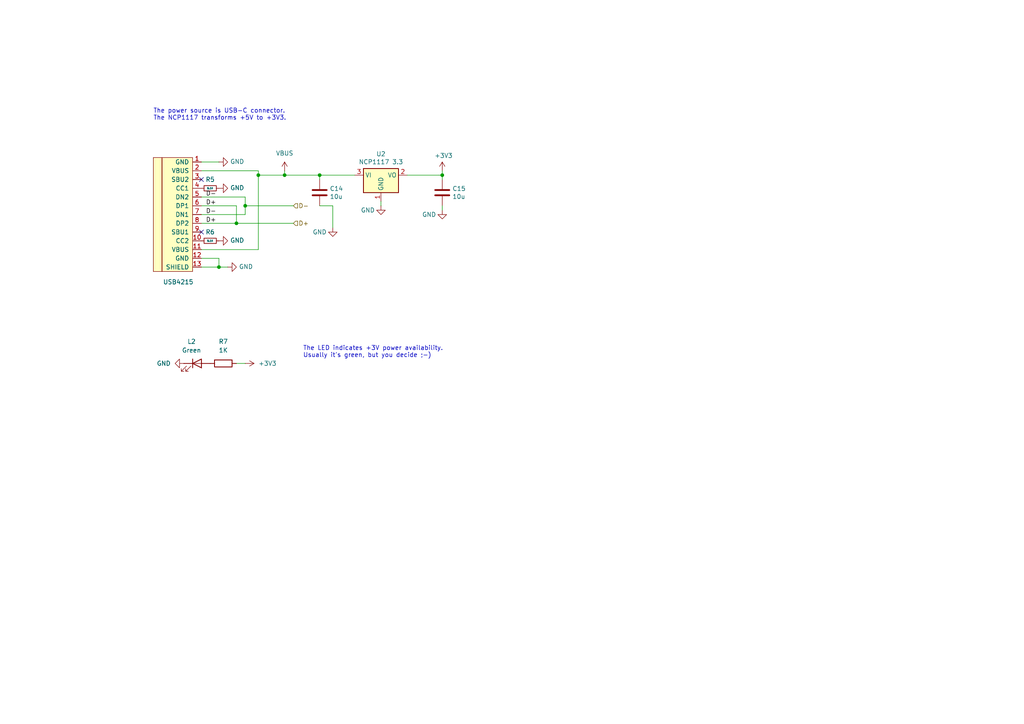
<source format=kicad_sch>
(kicad_sch (version 20231120) (generator "eeschema") (generator_version "8.0")
  (paper "A4")
  (title_block (title "FRANK M1") (date "2025-02-03") (rev "1.0") (company "Mikhail Matveev") (comment 1 "https://github.com/xtremespb/frank"))
  (lib_symbols
    (symbol "+3V3_1" (power) (pin_numbers hide) (pin_names (offset 0) hide)
      (property "Value" "+3V3" (at 0 3.556 0))
      (symbol "+3V3_1_0_1"
        (polyline (pts (xy -0.762 1.27) (xy 0 2.54)))
        (polyline (pts (xy 0 0) (xy 0 2.54)))
        (polyline (pts (xy 0 2.54) (xy 0.762 1.27)))
      )
      (symbol "+3V3_1_1_1"
        (pin power_in line (at 0 0 90) (length 0) (name "~") (number "1"))
      )
    )
    (symbol "Device:C" (pin_numbers hide) (pin_names (offset 0.254))
      (property "Reference" "C" (at 0.635 2.54 0))
      (property "Value" "C" (at 0.635 -2.54 0))
      (symbol "C_0_1"
        (polyline (pts (xy -2.032 -0.762) (xy 2.032 -0.762)) (stroke (width 0.508)))
        (polyline (pts (xy -2.032 0.762) (xy 2.032 0.762)) (stroke (width 0.508)))
      )
      (symbol "C_1_1"
        (pin passive line (at 0 3.81 270) (length 2.794) (name "~") (number "1"))
        (pin passive line (at 0 -3.81 90) (length 2.794) (name "~") (number "2"))
      )
    )
    (symbol "Device:LED" (pin_numbers hide) (pin_names (offset 1.016) hide)
      (property "Reference" "D" (at 0 2.54 0))
      (property "Value" "LED" (at 0 -2.54 0))
      (symbol "LED_0_1"
        (polyline (pts (xy -1.27 -1.27) (xy -1.27 1.27)) (stroke (width 0.254)))
        (polyline (pts (xy -1.27 0) (xy 1.27 0)))
        (polyline (pts (xy 1.27 -1.27) (xy 1.27 1.27) (xy -1.27 0) (xy 1.27 -1.27)) (stroke (width 0.254)))
        (polyline (pts (xy -3.048 -0.762) (xy -4.572 -2.286) (xy -3.81 -2.286) (xy -4.572 -2.286) (xy -4.572 -1.524)))
        (polyline (pts (xy -1.778 -0.762) (xy -3.302 -2.286) (xy -2.54 -2.286) (xy -3.302 -2.286) (xy -3.302 -1.524)))
      )
      (symbol "LED_1_1"
        (pin passive line (at -3.81 0 0) (length 2.54) (name "K") (number "1"))
        (pin passive line (at 3.81 0 180) (length 2.54) (name "A") (number "2"))
      )
    )
    (symbol "Device:R" (pin_numbers hide) (pin_names (offset 0))
      (property "Reference" "R" (at 2.032 0 90))
      (property "Value" "R" (at 0 0 90))
      (symbol "R_0_1"
        (rectangle (start -1.016 -2.54) (end 1.016 2.54) (stroke (width 0.254)))
      )
      (symbol "R_1_1"
        (pin passive line (at 0 3.81 270) (length 1.27) (name "~") (number "1"))
        (pin passive line (at 0 -3.81 90) (length 1.27) (name "~") (number "2"))
      )
    )
    (symbol "Device:R_Small" (pin_numbers hide) (pin_names (offset 0.254) hide)
      (property "Reference" "R" (at 0.762 0.508 0))
      (property "Value" "R_Small" (at 0.762 -1.016 0))
      (symbol "R_Small_0_1"
        (rectangle (start -0.762 1.778) (end 0.762 -1.778) (stroke (width 0.2032)))
      )
      (symbol "R_Small_1_1"
        (pin passive line (at 0 2.54 270) (length 0.762) (name "~") (number "1"))
        (pin passive line (at 0 -2.54 90) (length 0.762) (name "~") (number "2"))
      )
    )
    (symbol "FRANK:USB-C" (pin_names (offset 1.016))
      (property "Value" "USB Type C" (at 0.254 -20.828 0))
      (symbol "USB-C_0_1"
        (rectangle (start -11.43 15.24) (end -8.89 -17.78) (fill (type background)))
        (rectangle (start 0 -17.78) (end -8.89 15.24) (fill (type background)))
      )
      (symbol "USB-C_1_1"
        (pin input line (at 2.54 13.97 180) (length 2.54) (name "GND") (number "1"))
        (pin input line (at 2.54 -8.89 180) (length 2.54) (name "CC2") (number "10"))
        (pin input line (at 2.54 -11.43 180) (length 2.54) (name "VBUS") (number "11"))
        (pin input line (at 2.54 -13.97 180) (length 2.54) (name "GND") (number "12"))
        (pin input line (at 2.54 -16.51 180) (length 2.54) (name "SHIELD") (number "13"))
        (pin input line (at 2.54 11.43 180) (length 2.54) (name "VBUS") (number "2"))
        (pin input line (at 2.54 8.89 180) (length 2.54) (name "SBU2") (number "3"))
        (pin input line (at 2.54 6.35 180) (length 2.54) (name "CC1") (number "4"))
        (pin input line (at 2.54 3.81 180) (length 2.54) (name "DN2") (number "5"))
        (pin input line (at 2.54 1.27 180) (length 2.54) (name "DP1") (number "6"))
        (pin input line (at 2.54 -1.27 180) (length 2.54) (name "DN1") (number "7"))
        (pin input line (at 2.54 -3.81 180) (length 2.54) (name "DP2") (number "8"))
        (pin input line (at 2.54 -6.35 180) (length 2.54) (name "SBU1") (number "9"))
      )
    )
    (symbol "GND_1" (power) (pin_numbers hide) (pin_names (offset 0) hide)
      (property "Value" "GND" (at 0 -3.81 0))
      (symbol "GND_1_0_1"
        (polyline (pts (xy 0 0) (xy 0 -1.27) (xy 1.27 -1.27) (xy 0 -2.54) (xy -1.27 -1.27) (xy 0 -1.27)))
      )
      (symbol "GND_1_1_1"
        (pin power_in line (at 0 0 270) (length 0) (name "~") (number "1"))
      )
    )
    (symbol "GND_2" (power) (pin_numbers hide) (pin_names (offset 0) hide)
      (property "Value" "GND" (at 0 -3.81 0))
      (symbol "GND_2_0_1"
        (polyline (pts (xy 0 0) (xy 0 -1.27) (xy 1.27 -1.27) (xy 0 -2.54) (xy -1.27 -1.27) (xy 0 -1.27)))
      )
      (symbol "GND_2_1_1"
        (pin power_in line (at 0 0 270) (length 0) (name "~") (number "1"))
      )
    )
    (symbol "GND_3" (power) (pin_numbers hide) (pin_names (offset 0) hide)
      (property "Value" "GND" (at 0 -3.81 0))
      (symbol "GND_3_0_1"
        (polyline (pts (xy 0 0) (xy 0 -1.27) (xy 1.27 -1.27) (xy 0 -2.54) (xy -1.27 -1.27) (xy 0 -1.27)))
      )
      (symbol "GND_3_1_1"
        (pin power_in line (at 0 0 270) (length 0) (name "~") (number "1"))
      )
    )
    (symbol "GND_4" (power) (pin_numbers hide) (pin_names (offset 0) hide)
      (property "Value" "GND" (at 0 -3.81 0))
      (symbol "GND_4_0_1"
        (polyline (pts (xy 0 0) (xy 0 -1.27) (xy 1.27 -1.27) (xy 0 -2.54) (xy -1.27 -1.27) (xy 0 -1.27)))
      )
      (symbol "GND_4_1_1"
        (pin power_in line (at 0 0 270) (length 0) (name "~") (number "1"))
      )
    )
    (symbol "GND_5" (power) (pin_numbers hide) (pin_names (offset 0) hide)
      (property "Value" "GND" (at 0 -3.81 0))
      (symbol "GND_5_0_1"
        (polyline (pts (xy 0 0) (xy 0 -1.27) (xy 1.27 -1.27) (xy 0 -2.54) (xy -1.27 -1.27) (xy 0 -1.27)))
      )
      (symbol "GND_5_1_1"
        (pin power_in line (at 0 0 270) (length 0) (name "~") (number "1"))
      )
    )
    (symbol "GND_6" (power) (pin_numbers hide) (pin_names (offset 0) hide)
      (property "Value" "GND" (at 0 -3.81 0))
      (symbol "GND_6_0_1"
        (polyline (pts (xy 0 0) (xy 0 -1.27) (xy 1.27 -1.27) (xy 0 -2.54) (xy -1.27 -1.27) (xy 0 -1.27)))
      )
      (symbol "GND_6_1_1"
        (pin power_in line (at 0 0 270) (length 0) (name "~") (number "1"))
      )
    )
    (symbol "GND_7" (power) (pin_numbers hide) (pin_names (offset 0) hide)
      (property "Value" "GND" (at 0 -3.81 0))
      (symbol "GND_7_0_1"
        (polyline (pts (xy 0 0) (xy 0 -1.27) (xy 1.27 -1.27) (xy 0 -2.54) (xy -1.27 -1.27) (xy 0 -1.27)))
      )
      (symbol "GND_7_1_1"
        (pin power_in line (at 0 0 270) (length 0) (name "~") (number "1"))
      )
    )
    (symbol "Regulator_Linear:NCP1117-3.3_SOT223"
      (property "Reference" "U" (at -3.81 3.175 0))
      (property "Value" "NCP1117-3.3_SOT223" (at 0 3.175 0))
      (symbol "NCP1117-3.3_SOT223_0_1"
        (rectangle (start -5.08 -5.08) (end 5.08 1.905) (stroke (width 0.254)) (fill (type background)))
      )
      (symbol "NCP1117-3.3_SOT223_1_1"
        (pin power_in line (at 0 -7.62 90) (length 2.54) (name "GND") (number "1"))
        (pin power_out line (at 7.62 0 180) (length 2.54) (name "VO") (number "2"))
        (pin power_in line (at -7.62 0 0) (length 2.54) (name "VI") (number "3"))
      )
    )
    (symbol "power:+3V3" (power) (pin_numbers hide) (pin_names (offset 0) hide)
      (property "Value" "+3V3" (at 0 3.556 0))
      (symbol "+3V3_0_1"
        (polyline (pts (xy -0.762 1.27) (xy 0 2.54)))
        (polyline (pts (xy 0 0) (xy 0 2.54)))
        (polyline (pts (xy 0 2.54) (xy 0.762 1.27)))
      )
      (symbol "+3V3_1_1"
        (pin power_in line (at 0 0 90) (length 0) (name "~") (number "1"))
      )
    )
    (symbol "power:GND" (power) (pin_numbers hide) (pin_names (offset 0) hide)
      (property "Value" "GND" (at 0 -3.81 0))
      (symbol "GND_0_1"
        (polyline (pts (xy 0 0) (xy 0 -1.27) (xy 1.27 -1.27) (xy 0 -2.54) (xy -1.27 -1.27) (xy 0 -1.27)))
      )
      (symbol "GND_1_1"
        (pin power_in line (at 0 0 270) (length 0) (name "~") (number "1"))
      )
    )
    (symbol "power:VBUS" (power) (pin_numbers hide) (pin_names (offset 0) hide)
      (property "Value" "VBUS" (at 0 3.556 0))
      (symbol "VBUS_0_1"
        (polyline (pts (xy -0.762 1.27) (xy 0 2.54)))
        (polyline (pts (xy 0 0) (xy 0 2.54)))
        (polyline (pts (xy 0 2.54) (xy 0.762 1.27)))
      )
      (symbol "VBUS_1_1"
        (pin power_in line (at 0 0 90) (length 0) (name "~") (number "1"))
      )
    )
  )
  (junction (at 74.93 50.8))
  (junction (at 68.58 64.77))
  (junction (at 82.55 50.8))
  (junction (at 92.71 50.8))
  (junction (at 63.5 77.47))
  (junction (at 128.27 50.8))
  (junction (at 71.12 59.69))
  (no_connect (at 58.42 67.31))
  (no_connect (at 58.42 52.07))
  (wire (pts (xy 58.42 49.53) (xy 74.93 49.53)))
  (wire (pts (xy 58.42 59.69) (xy 68.58 59.69)))
  (wire (pts (xy 82.55 50.8) (xy 92.71 50.8)))
  (wire (pts (xy 102.87 50.8) (xy 92.71 50.8)))
  (wire (pts (xy 128.27 50.8) (xy 128.27 49.53)))
  (wire (pts (xy 63.5 77.47) (xy 66.04 77.47)))
  (wire (pts (xy 82.55 49.53) (xy 82.55 50.8)))
  (wire (pts (xy 63.5 74.93) (xy 63.5 77.47)))
  (wire (pts (xy 74.93 72.39) (xy 58.42 72.39)))
  (wire (pts (xy 92.71 52.07) (xy 92.71 50.8)))
  (wire (pts (xy 128.27 52.07) (xy 128.27 50.8)))
  (wire (pts (xy 96.52 59.69) (xy 92.71 59.69)))
  (wire (pts (xy 118.11 50.8) (xy 128.27 50.8)))
  (wire (pts (xy 58.42 57.15) (xy 71.12 57.15)))
  (wire (pts (xy 58.42 62.23) (xy 71.12 62.23)))
  (wire (pts (xy 71.12 59.69) (xy 85.09 59.69)))
  (wire (pts (xy 74.93 50.8) (xy 74.93 72.39)))
  (wire (pts (xy 74.93 49.53) (xy 74.93 50.8)))
  (wire (pts (xy 71.12 59.69) (xy 71.12 62.23)))
  (wire (pts (xy 58.42 46.99) (xy 63.5 46.99)))
  (wire (pts (xy 128.27 59.69) (xy 128.27 60.96)))
  (wire (pts (xy 58.42 77.47) (xy 63.5 77.47)))
  (wire (pts (xy 58.42 64.77) (xy 68.58 64.77)))
  (wire (pts (xy 96.52 59.69) (xy 96.52 66.04)))
  (wire (pts (xy 58.42 74.93) (xy 63.5 74.93)))
  (wire (pts (xy 71.12 57.15) (xy 71.12 59.69)))
  (wire (pts (xy 68.58 105.41) (xy 71.12 105.41)))
  (wire (pts (xy 74.93 50.8) (xy 82.55 50.8)))
  (wire (pts (xy 110.49 58.42) (xy 110.49 59.69)))
  (wire (pts (xy 68.58 64.77) (xy 85.09 64.77)))
  (wire (pts (xy 68.58 59.69) (xy 68.58 64.77)))
  (text "The LED indicates +3V power availability.\nUsually it's green, but you decide ;-)" (at 87.884 102.108 0) (effects (font (size 1.27 1.27)) (justify left)))
  (text "The power source is USB-C connector.\nThe NCP1117 transforms +5V to +3V3." (at 44.45 33.274 0) (effects (font (size 1.27 1.27)) (justify left)))
  (label "D-" (at 59.69 62.23 0))
  (label "D+" (at 59.69 64.77 0))
  (label "D-" (at 59.69 57.15 0))
  (label "D+" (at 59.69 59.69 0))
  (hierarchical_label "D-" (shape input) (at 85.09 59.69 0))
  (hierarchical_label "D+" (shape input) (at 85.09 64.77 0))
  (symbol (lib_name "GND_3") (lib_id "power:GND") (at 96.52 66.04 0) (unit 1)
    (property "Reference" "#PWR019" (effects (hide yes)))
    (property "Value" "GND" (at 92.71 67.31 0))
    (property "Description" "Power symbol creates a global label with name \"GND\" , ground" (effects (hide yes)))
  )
  (symbol (lib_id "power:VBUS") (at 82.55 49.53 0) (unit 1)
    (property "Reference" "#PWR014" (effects (hide yes)))
    (property "Value" "VBUS" (at 82.55 44.45 0))
    (property "Description" "Power symbol creates a global label with name \"VBUS\"" (effects (hide yes)))
  )
  (symbol (lib_name "GND_5") (lib_id "power:GND") (at 63.5 69.85 90) (unit 1)
    (property "Reference" "#PWR020" (effects (hide yes)))
    (property "Value" "GND" (at 66.7512 69.723 90) (effects (justify right)))
    (property "Description" "Power symbol creates a global label with name \"GND\" , ground" (effects (hide yes)))
  )
  (symbol (lib_name "GND_2") (lib_id "power:GND") (at 53.34 105.41 270) (unit 1)
    (property "Reference" "#PWR022" (effects (hide yes)))
    (property "Value" "GND" (at 49.53 105.4099 90) (effects (justify right)))
    (property "Description" "Power symbol creates a global label with name \"GND\" , ground" (effects (hide yes)))
  )
  (symbol (lib_id "Device:LED") (at 57.15 105.41 0) (unit 1)
    (property "Reference" "L2" (at 55.5625 99.06 0))
    (property "Value" "Green" (at 55.5625 101.6 0))
    (property "Footprint" "FRANK:LED (0805)" (effects (hide yes)))
    (property "Datasheet" "https://www.we-online.com/components/products/datasheet/15408085BA400.pdf" (effects (hide yes)))
    (property "Description" "Light emitting diode" (effects (hide yes)))
    (property "AliExpress" "https://www.aliexpress.com/item/1005005975741298.html" (effects (hide yes)))
  )
  (symbol (lib_id "Regulator_Linear:NCP1117-3.3_SOT223") (at 110.49 50.8 0) (unit 1)
    (property "Reference" "U2" (at 110.49 44.6532 0))
    (property "Value" "NCP1117 3.3" (at 110.49 46.9646 0))
    (property "Footprint" "FRANK:SOT-223" (effects (hide yes)))
    (property "Datasheet" "http://www.onsemi.com/pub_link/Collateral/NCP1117-D.PDF" (effects (hide yes)))
    (property "AliExpress" "https://www.aliexpress.com/item/1005005802338707.html" (effects (hide yes)))
  )
  (symbol (lib_id "Device:C") (at 128.27 55.88 0) (unit 1)
    (property "Reference" "C15" (at 131.191 54.7116 0) (effects (justify left)))
    (property "Value" "10u" (at 131.191 57.023 0) (effects (justify left)))
    (property "Footprint" "FRANK:Capacitor (0805)" (effects (hide yes)))
    (property "Datasheet" "https://eu.mouser.com/datasheet/2/40/KGM_X7R-3223212.pdf" (effects (hide yes)))
    (property "AliExpress" "https://www.aliexpress.com/item/33008008276.html" (effects (hide yes)))
  )
  (symbol (lib_id "FRANK:USB-C") (at 55.88 60.96 0) (unit 1)
    (property "Reference" "USB1" (effects (hide yes)))
    (property "Value" "USB4215" (at 56.134 81.788 0) (effects (justify right)))
    (property "Footprint" "FRANK:USB Type C" (effects (hide yes)))
    (property "Datasheet" "https://eu.mouser.com/datasheet/2/837/usb4215-3472997.pdf" (effects (hide yes)))
    (property "LCSC" "C165948" (effects (hide yes)))
    (property "AliExpress" "https://www.aliexpress.com/item/1005005500797563.html" (effects (hide yes)))
  )
  (symbol (lib_id "Device:C") (at 92.71 55.88 0) (unit 1)
    (property "Reference" "C14" (at 95.631 54.7116 0) (effects (justify left)))
    (property "Value" "10u" (at 95.631 57.023 0) (effects (justify left)))
    (property "Footprint" "FRANK:Capacitor (0805)" (effects (hide yes)))
    (property "Datasheet" "https://eu.mouser.com/datasheet/2/40/KGM_X7R-3223212.pdf" (effects (hide yes)))
    (property "AliExpress" "https://www.aliexpress.com/item/33008008276.html" (effects (hide yes)))
  )
  (symbol (lib_id "Device:R") (at 64.77 105.41 90) (unit 1)
    (property "Reference" "R7" (at 64.77 99.06 90))
    (property "Value" "1K" (at 64.77 101.6 90))
    (property "Footprint" "FRANK:Resistor (0805)" (effects (hide yes)))
    (property "Datasheet" "https://www.vishay.com/docs/28952/mcs0402at-mct0603at-mcu0805at-mca1206at.pdf" (effects (hide yes)))
    (property "Description" "Resistor" (effects (hide yes)))
    (property "AliExpress" "https://www.aliexpress.com/item/1005005945735199.html" (effects (hide yes)))
  )
  (symbol (lib_id "Device:R_Small") (at 60.96 69.85 270) (unit 1)
    (property "Reference" "R6" (at 60.96 67.31 90))
    (property "Value" "5.1K" (at 60.96 69.85 90) (effects (font (size 0.508 0.508))))
    (property "Footprint" "FRANK:Resistor (0805)" (effects (hide yes)))
    (property "Datasheet" "https://www.vishay.com/docs/28952/mcs0402at-mct0603at-mcu0805at-mca1206at.pdf" (effects (hide yes)))
    (property "LCSC" " " (effects (hide yes)))
    (property "AliExpress" "https://www.aliexpress.com/item/1005005945735199.html" (effects (hide yes)))
  )
  (symbol (lib_name "GND_6") (lib_id "power:GND") (at 63.5 54.61 90) (unit 1)
    (property "Reference" "#PWR016" (effects (hide yes)))
    (property "Value" "GND" (at 66.7512 54.483 90) (effects (justify right)))
    (property "Description" "Power symbol creates a global label with name \"GND\" , ground" (effects (hide yes)))
  )
  (symbol (lib_name "GND_1") (lib_id "power:GND") (at 128.27 60.96 0) (unit 1)
    (property "Reference" "#PWR018" (effects (hide yes)))
    (property "Value" "GND" (at 124.46 62.23 0))
    (property "Description" "Power symbol creates a global label with name \"GND\" , ground" (effects (hide yes)))
  )
  (symbol (lib_id "power:+3V3") (at 128.27 49.53 0) (unit 1)
    (property "Reference" "#PWR015" (effects (hide yes)))
    (property "Value" "+3V3" (at 128.651 45.1358 0))
    (property "Description" "Power symbol creates a global label with name \"+3V3\"" (effects (hide yes)))
  )
  (symbol (lib_id "Device:R_Small") (at 60.96 54.61 270) (unit 1)
    (property "Reference" "R5" (at 60.96 52.07 90))
    (property "Value" "5.1K" (at 60.96 54.61 90) (effects (font (size 0.508 0.508))))
    (property "Footprint" "FRANK:Resistor (0805)" (effects (hide yes)))
    (property "Datasheet" "https://www.vishay.com/docs/28952/mcs0402at-mct0603at-mcu0805at-mca1206at.pdf" (effects (hide yes)))
    (property "LCSC" " " (effects (hide yes)))
    (property "AliExpress" "https://www.aliexpress.com/item/1005005945735199.html" (effects (hide yes)))
  )
  (symbol (lib_id "power:GND") (at 63.5 46.99 90) (unit 1)
    (property "Reference" "#PWR013" (effects (hide yes)))
    (property "Value" "GND" (at 66.7512 46.863 90) (effects (justify right)))
    (property "Description" "Power symbol creates a global label with name \"GND\" , ground" (effects (hide yes)))
  )
  (symbol (lib_name "GND_7") (lib_id "power:GND") (at 66.04 77.47 90) (unit 1)
    (property "Reference" "#PWR021" (effects (hide yes)))
    (property "Value" "GND" (at 69.2912 77.343 90) (effects (justify right)))
    (property "Description" "Power symbol creates a global label with name \"GND\" , ground" (effects (hide yes)))
  )
  (symbol (lib_name "+3V3_1") (lib_id "power:+3V3") (at 71.12 105.41 270) (unit 1)
    (property "Reference" "#PWR023" (effects (hide yes)))
    (property "Value" "+3V3" (at 74.93 105.4099 90) (effects (justify left)))
    (property "Description" "Power symbol creates a global label with name \"+3V3\"" (effects (hide yes)))
  )
  (symbol (lib_name "GND_4") (lib_id "power:GND") (at 110.49 59.69 0) (unit 1)
    (property "Reference" "#PWR017" (effects (hide yes)))
    (property "Value" "GND" (at 106.68 60.96 0))
    (property "Description" "Power symbol creates a global label with name \"GND\" , ground" (effects (hide yes)))
  )
)
</source>
